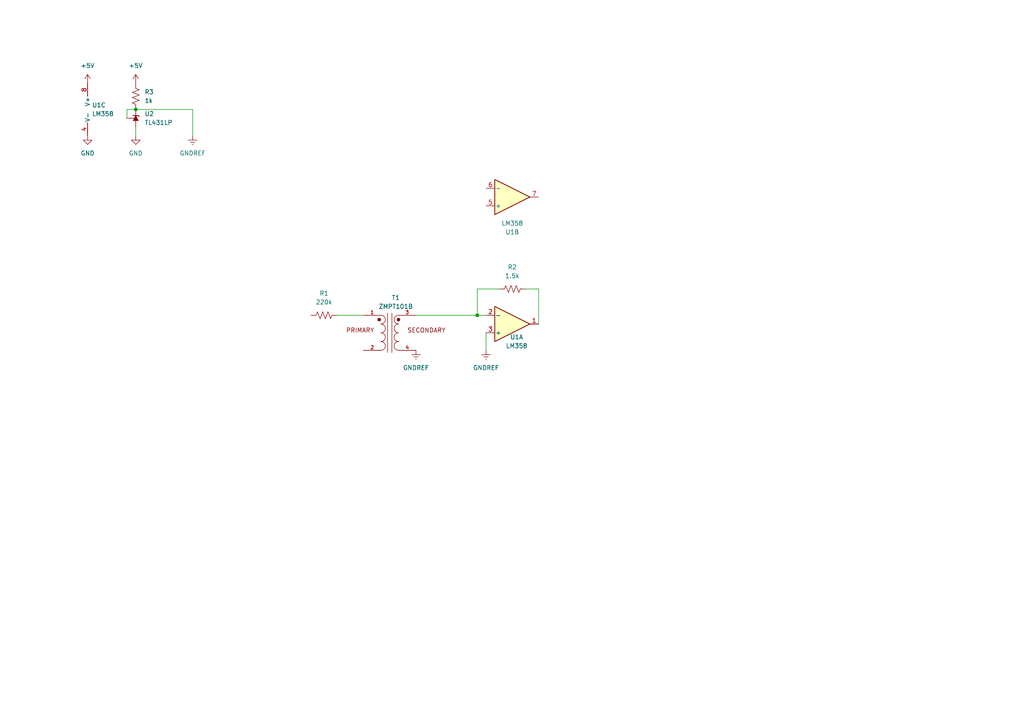
<source format=kicad_sch>
(kicad_sch (version 20230121) (generator eeschema)
  (paper "A4")
  (lib_symbols
    (symbol "Amplifier_Operational:LM358" (pin_names (offset 0.127))
      (property "Reference" "U" (at 0 5.08 0))
      (property "Value" "LM358" (at 0 -5.08 0))
      (symbol "LM358_1_1"
        (polyline (pts (xy -5.08 5.08) (xy 5.08 0) (xy -5.08 -5.08) (xy -5.08 5.08)) (stroke (width 0.254)) (fill (type background)))
        (pin output line (at 7.62 0 180) (length 2.54) (name "~") (number "1"))
        (pin input line (at -7.62 -2.54 0) (length 2.54) (name "-") (number "2"))
        (pin input line (at -7.62 2.54 0) (length 2.54) (name "+") (number "3"))
      )
      (symbol "LM358_2_1"
        (polyline (pts (xy -5.08 5.08) (xy 5.08 0) (xy -5.08 -5.08) (xy -5.08 5.08)) (stroke (width 0.254)) (fill (type background)))
        (pin input line (at -7.62 2.54 0) (length 2.54) (name "+") (number "5"))
        (pin input line (at -7.62 -2.54 0) (length 2.54) (name "-") (number "6"))
        (pin output line (at 7.62 0 180) (length 2.54) (name "~") (number "7"))
      )
      (symbol "LM358_3_1"
        (pin power_in line (at -2.54 -7.62 90) (length 3.81) (name "V-") (number "4"))
        (pin power_in line (at -2.54 7.62 270) (length 3.81) (name "V+") (number "8"))
      )
    )
    (symbol "Device:R_US" (pin_numbers hide) (pin_names (offset 0))
      (property "Reference" "R" (at 2.54 0 90))
      (property "Value" "R_US" (at -2.54 0 90))
      (symbol "R_US_0_1"
        (polyline (pts (xy 0 -2.286) (xy 0 -2.54)))
        (polyline (pts (xy 0 2.286) (xy 0 2.54)))
        (polyline (pts (xy 0 -0.762) (xy 1.016 -1.143) (xy 0 -1.524) (xy -1.016 -1.905) (xy 0 -2.286)))
        (polyline (pts (xy 0 0.762) (xy 1.016 0.381) (xy 0 0) (xy -1.016 -0.381) (xy 0 -0.762)))
        (polyline (pts (xy 0 2.286) (xy 1.016 1.905) (xy 0 1.524) (xy -1.016 1.143) (xy 0 0.762)))
      )
      (symbol "R_US_1_1"
        (pin passive line (at 0 3.81 270) (length 1.27) (name "~") (number "1"))
        (pin passive line (at 0 -3.81 90) (length 1.27) (name "~") (number "2"))
      )
    )
    (symbol "Reference_Voltage:TL431LP" (pin_numbers hide) (pin_names hide)
      (property "Reference" "U" (at -2.54 2.54 0))
      (property "Value" "TL431LP" (at 0 -2.54 0))
      (symbol "TL431LP_0_1"
        (polyline (pts (xy -1.27 0) (xy 0 0) (xy 1.27 0)))
        (polyline (pts (xy -0.762 0.762) (xy 0.762 0) (xy -0.762 -0.762)) (fill (type outline)))
        (polyline (pts (xy 0.508 -1.016) (xy 0.762 -0.762) (xy 0.762 0.762) (xy 0.762 0.762)) (stroke (width 0.254)))
      )
      (symbol "TL431LP_1_1"
        (pin passive line (at 0 2.54 270) (length 2.54) (name "REF") (number "1"))
        (pin passive line (at -2.54 0 0) (length 2.54) (name "A") (number "2"))
        (pin passive line (at 2.54 0 180) (length 2.54) (name "K") (number "3"))
      )
    )
    (symbol "ZMPT101B:ZMPT101B" (pin_names (offset 1.016))
      (property "Reference" "T" (at -5.0839 7.6279 0))
      (property "Value" "ZMPT101B" (at -5.0814 -7.6227 0))
      (symbol "ZMPT101B_0_0"
        (circle (center -3.048 3.81) (radius 0.254) (stroke (width 0.508)))
        (arc (start -2.54 -5.08) (mid -1.2755 -3.81) (end -2.54 -2.54) (stroke (width 0.1524)))
        (arc (start -2.54 -2.54) (mid -1.2755 -1.27) (end -2.54 0) (stroke (width 0.1524)))
        (arc (start -2.54 0) (mid -1.2755 1.27) (end -2.54 2.54) (stroke (width 0.1524)))
        (arc (start -2.54 2.54) (mid -1.2755 3.81) (end -2.54 5.08) (stroke (width 0.1524)))
        (polyline (pts (xy -0.635 5.715) (xy -0.635 -5.715)) (stroke (width 0.1524)))
        (polyline (pts (xy 0.635 5.715) (xy 0.635 -5.715)) (stroke (width 0.1524)))
        (arc (start 2.54 -2.54) (mid 1.2755 -3.81) (end 2.54 -5.08) (stroke (width 0.1524)))
        (arc (start 2.54 0) (mid 1.2755 -1.27) (end 2.54 -2.54) (stroke (width 0.1524)))
        (arc (start 2.54 2.54) (mid 1.2755 1.27) (end 2.54 0) (stroke (width 0.1524)))
        (circle (center 2.54 3.81) (radius 0.254) (stroke (width 0.508)))
        (arc (start 2.54 5.08) (mid 1.2755 3.81) (end 2.54 2.54) (stroke (width 0.1524)))
        (text "PRIMARY" (at -12.7 0 0) (effects (font (size 1.27 1.27)) (justify left bottom)))
        (text "SECONDARY" (at 5.08 0 0) (effects (font (size 1.27 1.27)) (justify left bottom)))
        (pin passive line (at -7.62 5.08 0) (length 5.08) (name "~") (number "1"))
        (pin passive line (at -7.62 -5.08 0) (length 5.08) (name "~") (number "2"))
        (pin passive line (at 7.62 5.08 180) (length 5.08) (name "~") (number "3"))
        (pin passive line (at 7.62 -5.08 180) (length 5.08) (name "~") (number "4"))
      )
    )
    (symbol "power:+5V" (power) (pin_names (offset 0))
      (property "Value" "+5V" (at 0 3.556 0))
      (symbol "+5V_0_1"
        (polyline (pts (xy -0.762 1.27) (xy 0 2.54)))
        (polyline (pts (xy 0 0) (xy 0 2.54)))
        (polyline (pts (xy 0 2.54) (xy 0.762 1.27)))
      )
      (symbol "+5V_1_1"
        (pin power_in line (at 0 0 90) (length 0) hide (name "+5V") (number "1"))
      )
    )
    (symbol "power:GND" (power) (pin_names (offset 0))
      (property "Value" "GND" (at 0 -3.81 0))
      (symbol "GND_0_1"
        (polyline (pts (xy 0 0) (xy 0 -1.27) (xy 1.27 -1.27) (xy 0 -2.54) (xy -1.27 -1.27) (xy 0 -1.27)))
      )
      (symbol "GND_1_1"
        (pin power_in line (at 0 0 270) (length 0) hide (name "GND") (number "1"))
      )
    )
    (symbol "power:GNDREF" (power) (pin_names (offset 0))
      (property "Value" "GNDREF" (at 0 -3.81 0))
      (symbol "GNDREF_0_1"
        (polyline (pts (xy -0.635 -1.905) (xy 0.635 -1.905)))
        (polyline (pts (xy -0.127 -2.54) (xy 0.127 -2.54)))
        (polyline (pts (xy 0 -1.27) (xy 0 0)))
        (polyline (pts (xy 1.27 -1.27) (xy -1.27 -1.27)))
      )
      (symbol "GNDREF_1_1"
        (pin power_in line (at 0 0 270) (length 0) hide (name "GNDREF") (number "1"))
      )
    )
  )
  (junction (at 138.43 91.44))
  (junction (at 39.37 31.75))
  (wire (pts (xy 138.43 83.82) (xy 138.43 91.44)))
  (wire (pts (xy 36.83 34.29) (xy 36.83 31.75)))
  (wire (pts (xy 152.4 83.82) (xy 156.21 83.82)))
  (wire (pts (xy 97.79 91.44) (xy 105.41 91.44)))
  (wire (pts (xy 138.43 91.44) (xy 140.97 91.44)))
  (wire (pts (xy 36.83 31.75) (xy 39.37 31.75)))
  (wire (pts (xy 144.78 83.82) (xy 138.43 83.82)))
  (wire (pts (xy 55.88 31.75) (xy 39.37 31.75)))
  (wire (pts (xy 140.97 96.52) (xy 140.97 101.6)))
  (wire (pts (xy 55.88 39.37) (xy 55.88 31.75)))
  (wire (pts (xy 156.21 83.82) (xy 156.21 93.98)))
  (wire (pts (xy 39.37 39.37) (xy 39.37 36.83)))
  (wire (pts (xy 120.65 91.44) (xy 138.43 91.44)))
  (symbol (lib_id "power:GNDREF") (at 120.65 101.6 0) (unit 1)
    (property "Reference" "#PWR01" (effects hide))
    (property "Value" "GNDREF" (at 120.65 106.68 0))
  )
  (symbol (lib_id "power:+5V") (at 39.37 24.13 0) (unit 1)
    (property "Reference" "#PWR04" (effects hide))
    (property "Value" "+5V" (at 39.37 19.05 0))
  )
  (symbol (lib_id "power:GNDREF") (at 140.97 101.6 0) (unit 1)
    (property "Reference" "#PWR02" (effects hide))
    (property "Value" "GNDREF" (at 140.97 106.68 0))
  )
  (symbol (lib_id "power:+5V") (at 25.4 24.13 0) (unit 1)
    (property "Reference" "#PWR06" (effects hide))
    (property "Value" "+5V" (at 25.4 19.05 0))
  )
  (symbol (lib_id "Amplifier_Operational:LM358") (at 27.94 31.75 0) (unit 3)
    (property "Reference" "U1" (at 26.67 30.48 0) (effects (justify left)))
    (property "Value" "LM358" (at 26.67 33.02 0) (effects (justify left)))
    (property "Datasheet" "http://www.ti.com/lit/ds/symlink/lm2904-n.pdf" (effects hide))
  )
  (symbol (lib_id "Amplifier_Operational:LM358") (at 148.59 57.15 0) (mirror x) (unit 2)
    (property "Reference" "U1" (at 148.59 67.31 0))
    (property "Value" "LM358" (at 148.59 64.77 0))
    (property "Datasheet" "http://www.ti.com/lit/ds/symlink/lm2904-n.pdf" (effects hide))
  )
  (symbol (lib_id "Device:R_US") (at 148.59 83.82 90) (unit 1)
    (property "Reference" "R2" (at 148.59 77.47 90))
    (property "Value" "1.5k" (at 148.59 80.01 90))
  )
  (symbol (lib_id "Amplifier_Operational:LM358") (at 148.59 93.98 0) (mirror x) (unit 1)
    (property "Reference" "U1" (at 149.86 97.79 0))
    (property "Value" "LM358" (at 149.86 100.33 0))
    (property "Datasheet" "http://www.ti.com/lit/ds/symlink/lm2904-n.pdf" (effects hide))
  )
  (symbol (lib_id "Device:R_US") (at 93.98 91.44 90) (unit 1)
    (property "Reference" "R1" (at 93.98 85.09 90))
    (property "Value" "220k" (at 93.98 87.63 90))
  )
  (symbol (lib_id "ZMPT101B:ZMPT101B") (at 113.03 96.52 0) (unit 1)
    (property "Reference" "T1" (at 114.7948 86.36 0))
    (property "Value" "ZMPT101B" (at 114.7948 88.9 0))
    (property "Package" "None" (effects hide))
    (property "Price" "None" (effects hide))
    (property "Description" "\nCurrent-type Voltage Transformer\n" (effects hide))
  )
  (symbol (lib_id "Reference_Voltage:TL431LP") (at 39.37 34.29 90) (unit 1)
    (property "Reference" "U2" (at 41.91 33.02 90) (effects (justify right)))
    (property "Value" "TL431LP" (at 41.91 35.56 90) (effects (justify right)))
    (property "Footprint" "Package_TO_SOT_THT:TO-92_Inline" (effects hide))
    (property "Datasheet" "http://www.ti.com/lit/ds/symlink/tl431.pdf" (effects hide))
  )
  (symbol (lib_id "power:GND") (at 25.4 39.37 0) (unit 1)
    (property "Reference" "#PWR07" (effects hide))
    (property "Value" "GND" (at 25.4 44.45 0))
  )
  (symbol (lib_id "power:GNDREF") (at 55.88 39.37 0) (unit 1)
    (property "Reference" "#PWR05" (effects hide))
    (property "Value" "GNDREF" (at 55.88 44.45 0))
  )
  (symbol (lib_id "Device:R_US") (at 39.37 27.94 0) (unit 1)
    (property "Reference" "R3" (at 41.91 26.67 0) (effects (justify left)))
    (property "Value" "1k" (at 41.91 29.21 0) (effects (justify left)))
  )
  (symbol (lib_id "power:GND") (at 39.37 39.37 0) (unit 1)
    (property "Reference" "#PWR03" (effects hide))
    (property "Value" "GND" (at 39.37 44.45 0))
  )
)
</source>
